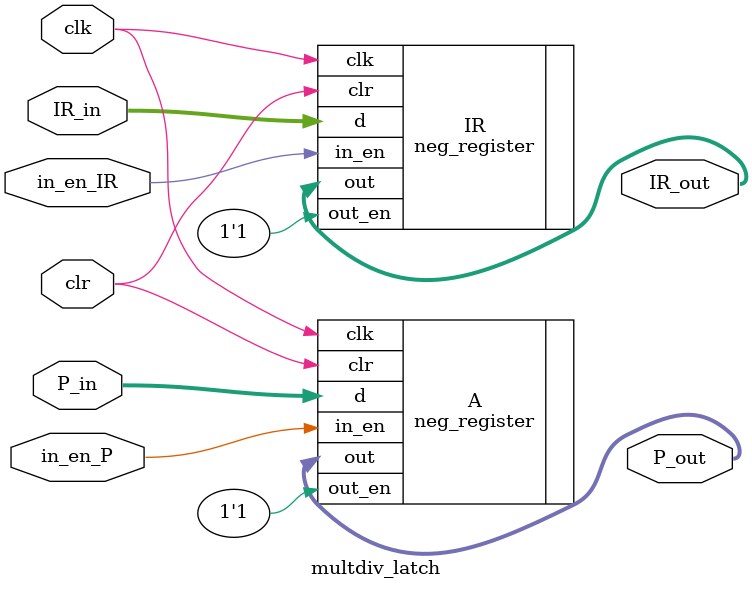
<source format=v>
module multdiv_latch (clk,P_in,IR_in,P_out,IR_out,clr,in_en_P,in_en_IR);
	input[31:0] P_in,IR_in;
	input clk,clr,in_en_P,in_en_IR;
	output[31:0] P_out,IR_out;

	neg_register A(.clk(clk),.out(P_out),.d(P_in),.in_en(in_en_P),.out_en(1'b1),.clr(clr));
	neg_register IR(.clk(clk),.out(IR_out),.d(IR_in),.in_en(in_en_IR),.out_en(1'b1),.clr(clr));

endmodule
</source>
